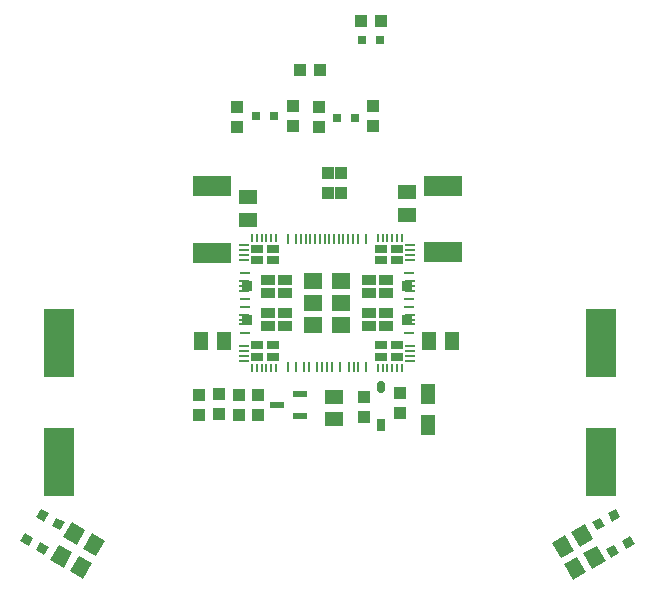
<source format=gbr>
G04 EAGLE Gerber RS-274X export*
G75*
%MOMM*%
%FSLAX34Y34*%
%LPD*%
%INSolderpaste Top*%
%IPPOS*%
%AMOC8*
5,1,8,0,0,1.08239X$1,22.5*%
G01*
%ADD10R,0.800000X0.800000*%
%ADD11R,0.800000X0.800000*%
%ADD12R,1.000000X1.100000*%
%ADD13R,1.500000X1.300000*%
%ADD14R,1.300000X1.500000*%
%ADD15R,2.500000X5.800000*%
%ADD16R,1.260000X0.610000*%
%ADD17R,0.641000X1.006000*%
%ADD18C,0.641000*%
%ADD19R,1.100000X1.000000*%
%ADD20R,3.200000X1.800000*%
%ADD21R,1.160000X0.810000*%
%ADD22R,0.926000X0.886000*%
%ADD23R,1.640000X1.360000*%
%ADD24R,0.190000X0.685000*%
%ADD25R,0.825000X0.190000*%
%ADD26R,1.090000X0.730000*%
%ADD27R,0.190000X0.860000*%
%ADD28R,0.860000X0.190000*%
%ADD29R,1.230000X1.800000*%


D10*
G36*
X241825Y-15749D02*
X245825Y-22677D01*
X238897Y-26677D01*
X234897Y-19749D01*
X241825Y-15749D01*
G37*
G36*
X254815Y-8249D02*
X258815Y-15177D01*
X251887Y-19177D01*
X247887Y-12249D01*
X254815Y-8249D01*
G37*
G36*
X229919Y7270D02*
X233919Y342D01*
X226991Y-3658D01*
X222991Y3270D01*
X229919Y7270D01*
G37*
G36*
X242909Y14770D02*
X246909Y7842D01*
X239981Y3842D01*
X235981Y10770D01*
X242909Y14770D01*
G37*
G36*
X-248206Y-20295D02*
X-244206Y-13367D01*
X-237278Y-17367D01*
X-241278Y-24295D01*
X-248206Y-20295D01*
G37*
G36*
X-261197Y-12795D02*
X-257197Y-5867D01*
X-250269Y-9867D01*
X-254269Y-16795D01*
X-261197Y-12795D01*
G37*
G36*
X-234713Y342D02*
X-230713Y7270D01*
X-223785Y3270D01*
X-227785Y-3658D01*
X-234713Y342D01*
G37*
G36*
X-247703Y7842D02*
X-243703Y14770D01*
X-236775Y10770D01*
X-240775Y3842D01*
X-247703Y7842D01*
G37*
D11*
X21788Y345281D03*
X6788Y345281D03*
D12*
X60325Y112481D03*
X60325Y95481D03*
X-60325Y93894D03*
X-60325Y110894D03*
X29369Y92306D03*
X29369Y109306D03*
D13*
X3969Y109513D03*
X3969Y90513D03*
X65881Y263550D03*
X65881Y282550D03*
X-68263Y259581D03*
X-68263Y278581D03*
D14*
X-88925Y156369D03*
X-107925Y156369D03*
X84956Y156369D03*
X103956Y156369D03*
D15*
X230188Y155275D03*
X230188Y54275D03*
X-228600Y155275D03*
X-228600Y54275D03*
D11*
X28219Y411956D03*
X43219Y411956D03*
D16*
X-24181Y92894D03*
X-24181Y111894D03*
X-44081Y102394D03*
D17*
X44450Y85350D03*
D18*
X44450Y116025D02*
X44450Y119675D01*
D12*
X-7375Y386556D03*
X-24375Y386556D03*
D11*
X-61475Y346869D03*
X-46475Y346869D03*
D12*
X27219Y427831D03*
X44219Y427831D03*
D19*
X-30323Y338369D03*
X-30323Y355369D03*
X37306Y338369D03*
X37306Y355369D03*
D14*
G36*
X215542Y-22961D02*
X226800Y-16461D01*
X234300Y-29451D01*
X223042Y-35951D01*
X215542Y-22961D01*
G37*
G36*
X199088Y-32461D02*
X210346Y-25961D01*
X217846Y-38951D01*
X206588Y-45451D01*
X199088Y-32461D01*
G37*
G36*
X205223Y-4705D02*
X216481Y1795D01*
X223981Y-11195D01*
X212723Y-17695D01*
X205223Y-4705D01*
G37*
G36*
X188769Y-14205D02*
X200027Y-7705D01*
X207527Y-20695D01*
X196269Y-27195D01*
X188769Y-14205D01*
G37*
G36*
X-224629Y-35157D02*
X-235887Y-28657D01*
X-228387Y-15667D01*
X-217129Y-22167D01*
X-224629Y-35157D01*
G37*
G36*
X-208175Y-44658D02*
X-219433Y-38158D01*
X-211933Y-25168D01*
X-200675Y-31668D01*
X-208175Y-44658D01*
G37*
G36*
X-213517Y-16107D02*
X-224775Y-9607D01*
X-217275Y3383D01*
X-206017Y-3117D01*
X-213517Y-16107D01*
G37*
G36*
X-197063Y-25608D02*
X-208321Y-19108D01*
X-200821Y-6118D01*
X-189563Y-12618D01*
X-197063Y-25608D01*
G37*
D19*
X-78108Y337575D03*
X-78108Y354575D03*
X-7937Y337575D03*
X-7937Y354575D03*
D20*
X96838Y288350D03*
X96838Y232350D03*
X-99219Y287556D03*
X-99219Y231556D03*
D21*
X48213Y169763D03*
X34013Y180463D03*
X34013Y169763D03*
X48213Y180463D03*
X48213Y197363D03*
X34013Y208063D03*
X34013Y197363D03*
X48213Y208063D03*
X-51388Y208063D03*
X-37188Y197363D03*
X-37188Y208063D03*
X-51388Y197363D03*
X-51388Y180463D03*
X-37188Y169763D03*
X-37188Y180463D03*
X-51388Y169763D03*
D22*
X66313Y174713D03*
X66313Y203113D03*
X-69488Y174713D03*
X-69488Y203113D03*
D23*
X10413Y188913D03*
X10413Y207513D03*
X10413Y170313D03*
X-13588Y188913D03*
X-13588Y170313D03*
X-13588Y207513D03*
D24*
X-44788Y244138D03*
X-48788Y244138D03*
X-52788Y244138D03*
X-56788Y244138D03*
X-60788Y244138D03*
X-64788Y244138D03*
D25*
X-71913Y238213D03*
X-71913Y233513D03*
X-71913Y229613D03*
X-71913Y225513D03*
X-71813Y207113D03*
X-71813Y203113D03*
X-71813Y199013D03*
D26*
X57663Y224913D03*
X44363Y234613D03*
X57663Y234613D03*
X44363Y224913D03*
X57663Y143213D03*
X44363Y152913D03*
X57663Y152913D03*
X44363Y143213D03*
X-47538Y224913D03*
X-60838Y234613D03*
X-47538Y234613D03*
X-60838Y224913D03*
X-47538Y143213D03*
X-60838Y152913D03*
X-47538Y152913D03*
X-60838Y143213D03*
D24*
X41613Y244138D03*
X45613Y244138D03*
X49613Y244138D03*
X53613Y244138D03*
X57613Y244138D03*
X61613Y244138D03*
D25*
X68738Y238213D03*
X68738Y233513D03*
X68738Y229613D03*
X68738Y225513D03*
X68638Y207113D03*
X68638Y203113D03*
X68638Y199013D03*
D24*
X41613Y133688D03*
X45613Y133688D03*
X49613Y133688D03*
X53613Y133688D03*
X57613Y133688D03*
X61613Y133688D03*
D25*
X68738Y139613D03*
X68738Y144313D03*
X68738Y148213D03*
X68738Y152313D03*
X68638Y170713D03*
X68638Y174713D03*
X68638Y178813D03*
D24*
X-44788Y133688D03*
X-48788Y133688D03*
X-52788Y133688D03*
X-56788Y133688D03*
X-60788Y133688D03*
X-64788Y133688D03*
D25*
X-71913Y139613D03*
X-71913Y144313D03*
X-71913Y148213D03*
X-71913Y152313D03*
X-71813Y170713D03*
X-71813Y174713D03*
X-71813Y178813D03*
D27*
X-3588Y243263D03*
X-7588Y243263D03*
X-11588Y243263D03*
X-15588Y243263D03*
X-19588Y243263D03*
X-23588Y243263D03*
X-28088Y243263D03*
X-34288Y243263D03*
X413Y243263D03*
X4413Y243263D03*
X8413Y243263D03*
X12413Y243263D03*
X16413Y243263D03*
X20413Y243263D03*
X24913Y243263D03*
X31113Y243263D03*
X-5588Y134563D03*
X-9588Y134563D03*
X-16888Y134563D03*
X-20888Y134563D03*
X-28088Y134563D03*
X-34288Y134563D03*
X2413Y134563D03*
X9713Y134563D03*
X16913Y134563D03*
X20913Y134563D03*
X24913Y134563D03*
X31113Y134563D03*
X-1588Y134563D03*
D28*
X-70938Y214013D03*
X-70938Y192113D03*
X-70938Y185713D03*
X-70938Y163813D03*
X67763Y214013D03*
X67763Y192113D03*
X67763Y185713D03*
X67763Y163813D03*
D12*
X10319Y299013D03*
X10319Y282013D03*
X-794Y299013D03*
X-794Y282013D03*
D19*
X-76200Y110894D03*
X-76200Y93894D03*
X-92869Y94688D03*
X-92869Y111688D03*
D12*
X-109538Y110894D03*
X-109538Y93894D03*
D29*
X84138Y111925D03*
X84138Y85725D03*
M02*

</source>
